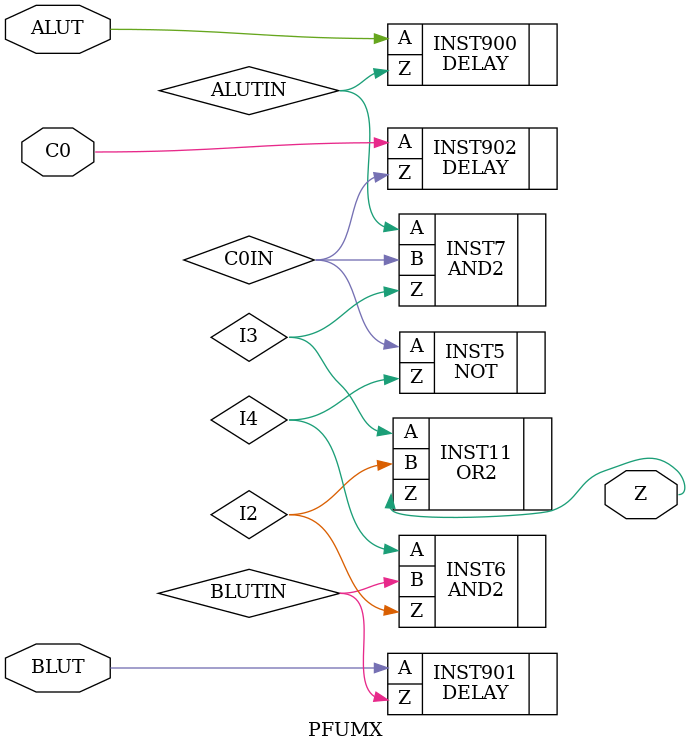
<source format=v>
`timescale 1 ns / 100 ps

/* Created by DB2VERILOG Version 1.2.0.3 on Thu Sep  8 14:27:06 1994 */
/* module compiled from "lsl2db 4.0.3" run */

module PFUMX (ALUT, BLUT, C0, Z);
input  ALUT, BLUT, C0;
output Z;
OR2 INST11 (.A(I3), .B(I2), .Z(Z));
NOT INST5 (.A(C0IN), .Z(I4));
AND2 INST6 (.A(I4), .B(BLUTIN), .Z(I2));
AND2 INST7 (.A(ALUTIN), .B(C0IN), .Z(I3));
DELAY INST900 (.A(ALUT), .Z(ALUTIN));
DELAY INST901 (.A(BLUT), .Z(BLUTIN));
DELAY INST902 (.A(C0), .Z(C0IN));

endmodule


</source>
